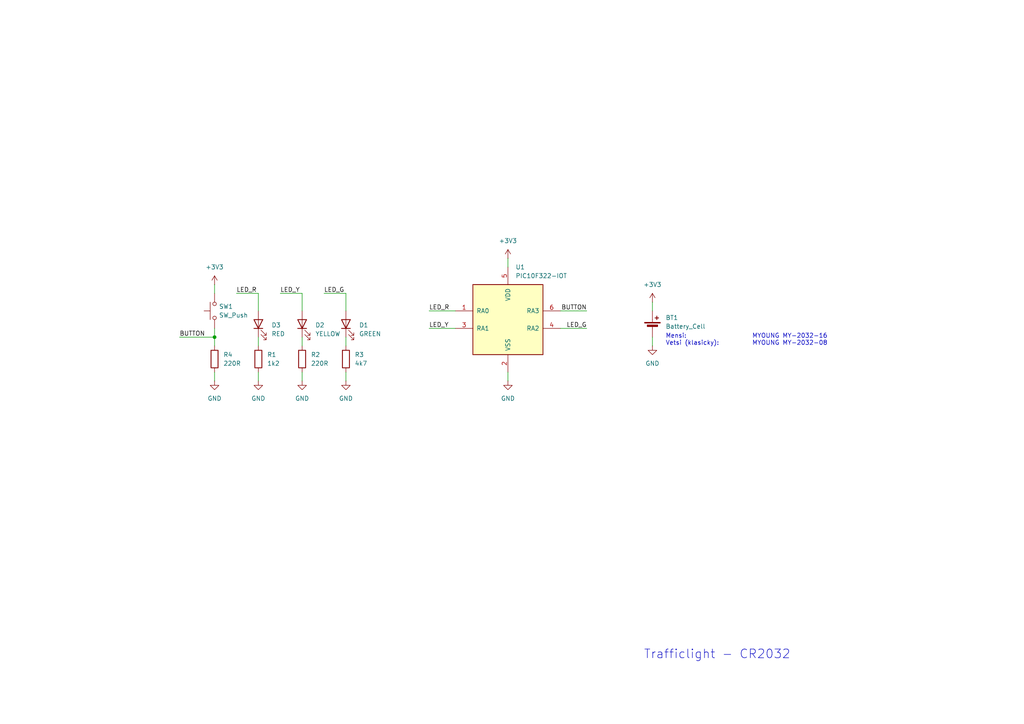
<source format=kicad_sch>
(kicad_sch (version 20231120) (generator "eeschema") (generator_version "8.0")
  (paper "A4")
  (lib_symbols
    (symbol "Device:Battery_Cell" (pin_numbers hide) (pin_names (offset 0) hide)
      (property "Reference" "BT" (at 2.54 2.54 0))
      (property "Value" "Battery_Cell" (at 2.54 0 0))
      (symbol "Battery_Cell_0_1"
        (rectangle (start -2.286 1.778) (end 2.286 1.524) (fill (type outline)))
        (rectangle (start -1.524 1.016) (end 1.524 0.508) (fill (type outline)))
        (polyline (pts (xy 0 0.762) (xy 0 0)))
        (polyline (pts (xy 0 1.778) (xy 0 2.54)))
        (polyline (pts (xy 0.762 3.048) (xy 1.778 3.048)) (stroke (width 0.254)))
        (polyline (pts (xy 1.27 3.556) (xy 1.27 2.54)) (stroke (width 0.254)))
      )
      (symbol "Battery_Cell_1_1"
        (pin passive line (at 0 5.08 270) (length 2.54) (name "+") (number "1"))
        (pin passive line (at 0 -2.54 90) (length 2.54) (name "-") (number "2"))
      )
    )
    (symbol "Device:LED" (pin_numbers hide) (pin_names (offset 1.016) hide)
      (property "Reference" "D" (at 0 2.54 0))
      (property "Value" "LED" (at 0 -2.54 0))
      (symbol "LED_0_1"
        (polyline (pts (xy -1.27 -1.27) (xy -1.27 1.27)) (stroke (width 0.254)))
        (polyline (pts (xy -1.27 0) (xy 1.27 0)))
        (polyline (pts (xy 1.27 -1.27) (xy 1.27 1.27) (xy -1.27 0) (xy 1.27 -1.27)) (stroke (width 0.254)))
        (polyline (pts (xy -3.048 -0.762) (xy -4.572 -2.286) (xy -3.81 -2.286) (xy -4.572 -2.286) (xy -4.572 -1.524)))
        (polyline (pts (xy -1.778 -0.762) (xy -3.302 -2.286) (xy -2.54 -2.286) (xy -3.302 -2.286) (xy -3.302 -1.524)))
      )
      (symbol "LED_1_1"
        (pin passive line (at -3.81 0 0) (length 2.54) (name "K") (number "1"))
        (pin passive line (at 3.81 0 180) (length 2.54) (name "A") (number "2"))
      )
    )
    (symbol "Device:R" (pin_numbers hide) (pin_names (offset 0))
      (property "Reference" "R" (at 2.032 0 90))
      (property "Value" "R" (at 0 0 90))
      (symbol "R_0_1"
        (rectangle (start -1.016 -2.54) (end 1.016 2.54) (stroke (width 0.254)))
      )
      (symbol "R_1_1"
        (pin passive line (at 0 3.81 270) (length 1.27) (name "~") (number "1"))
        (pin passive line (at 0 -3.81 90) (length 1.27) (name "~") (number "2"))
      )
    )
    (symbol "MCU_Microchip_PIC10:PIC10F322-IOT" (pin_names (offset 1.016))
      (property "Reference" "U" (at 1.27 13.97 0))
      (property "Value" "PIC10F322-IOT" (at 1.27 11.43 0))
      (symbol "PIC10F322-IOT_0_1"
        (rectangle (start -10.16 10.16) (end 10.16 -10.16) (stroke (width 0.254)) (fill (type background)))
      )
      (symbol "PIC10F322-IOT_1_1"
        (pin bidirectional line (at -15.24 2.54 0) (length 5.08) (name "RA0") (number "1"))
        (pin power_in line (at 0 -15.24 90) (length 5.08) (name "VSS") (number "2"))
        (pin bidirectional line (at -15.24 -2.54 0) (length 5.08) (name "RA1") (number "3"))
        (pin bidirectional line (at 15.24 -2.54 180) (length 5.08) (name "RA2") (number "4"))
        (pin power_in line (at 0 15.24 270) (length 5.08) (name "VDD") (number "5"))
        (pin input line (at 15.24 2.54 180) (length 5.08) (name "RA3") (number "6"))
      )
    )
    (symbol "Switch:SW_Push" (pin_numbers hide) (pin_names (offset 1.016) hide)
      (property "Reference" "SW" (at 1.27 2.54 0))
      (property "Value" "SW_Push" (at 0 -1.524 0))
      (symbol "SW_Push_0_1"
        (circle (center -2.032 0) (radius 0.508))
        (polyline (pts (xy 0 1.27) (xy 0 3.048)))
        (polyline (pts (xy 2.54 1.27) (xy -2.54 1.27)))
        (circle (center 2.032 0) (radius 0.508))
        (pin passive line (at -5.08 0 0) (length 2.54) (name "1") (number "1"))
        (pin passive line (at 5.08 0 180) (length 2.54) (name "2") (number "2"))
      )
    )
    (symbol "power:+3V3" (power) (pin_numbers hide) (pin_names (offset 0) hide)
      (property "Value" "+3V3" (at 0 3.556 0))
      (symbol "+3V3_0_1"
        (polyline (pts (xy -0.762 1.27) (xy 0 2.54)))
        (polyline (pts (xy 0 0) (xy 0 2.54)))
        (polyline (pts (xy 0 2.54) (xy 0.762 1.27)))
      )
      (symbol "+3V3_1_1"
        (pin power_in line (at 0 0 90) (length 0) (name "~") (number "1"))
      )
    )
    (symbol "power:GND" (power) (pin_numbers hide) (pin_names (offset 0) hide)
      (property "Value" "GND" (at 0 -3.81 0))
      (symbol "GND_0_1"
        (polyline (pts (xy 0 0) (xy 0 -1.27) (xy 1.27 -1.27) (xy 0 -2.54) (xy -1.27 -1.27) (xy 0 -1.27)))
      )
      (symbol "GND_1_1"
        (pin power_in line (at 0 0 270) (length 0) (name "~") (number "1"))
      )
    )
  )
  (junction (at 62.23 97.79))
  (wire (pts (xy 124.46 95.25) (xy 132.08 95.25)))
  (wire (pts (xy 100.33 110.49) (xy 100.33 107.95)))
  (wire (pts (xy 87.63 110.49) (xy 87.63 107.95)))
  (wire (pts (xy 147.32 74.93) (xy 147.32 77.47)))
  (wire (pts (xy 68.58 85.09) (xy 74.93 85.09)))
  (wire (pts (xy 52.07 97.79) (xy 62.23 97.79)))
  (wire (pts (xy 74.93 97.79) (xy 74.93 100.33)))
  (wire (pts (xy 74.93 110.49) (xy 74.93 107.95)))
  (wire (pts (xy 189.23 100.33) (xy 189.23 97.79)))
  (wire (pts (xy 87.63 97.79) (xy 87.63 100.33)))
  (wire (pts (xy 74.93 85.09) (xy 74.93 90.17)))
  (wire (pts (xy 62.23 97.79) (xy 62.23 100.33)))
  (wire (pts (xy 189.23 87.63) (xy 189.23 90.17)))
  (wire (pts (xy 100.33 85.09) (xy 100.33 90.17)))
  (wire (pts (xy 81.28 85.09) (xy 87.63 85.09)))
  (wire (pts (xy 162.56 90.17) (xy 170.18 90.17)))
  (wire (pts (xy 162.56 95.25) (xy 170.18 95.25)))
  (wire (pts (xy 62.23 95.25) (xy 62.23 97.79)))
  (wire (pts (xy 87.63 85.09) (xy 87.63 90.17)))
  (wire (pts (xy 62.23 82.55) (xy 62.23 85.09)))
  (wire (pts (xy 93.98 85.09) (xy 100.33 85.09)))
  (wire (pts (xy 62.23 110.49) (xy 62.23 107.95)))
  (wire (pts (xy 100.33 97.79) (xy 100.33 100.33)))
  (wire (pts (xy 124.46 90.17) (xy 132.08 90.17)))
  (wire (pts (xy 147.32 110.49) (xy 147.32 107.95)))
  (text "Mensi:				MYOUNG MY-2032-16\nVetsi (klasicky):	MYOUNG MY-2032-08 " (at 193.04 100.33 0) (effects (font (size 1.27 1.27)) (justify left bottom)))
  (text "Trafficlight - CR2032" (at 186.69 189.865 0) (effects (font (size 2.54 2.54)) (justify left)))
  (label "LED_Y" (at 81.28 85.09 0))
  (label "LED_R" (at 68.58 85.09 0))
  (label "LED_Y" (at 124.46 95.25 0))
  (label "LED_R" (at 124.46 90.17 0))
  (label "BUTTON" (at 170.18 90.17 180))
  (label "LED_G" (at 93.98 85.09 0))
  (label "LED_G" (at 170.18 95.25 180))
  (label "BUTTON" (at 52.07 97.79 0))
  (symbol (lib_id "Device:LED") (at 87.63 93.98 90) (unit 1)
    (property "Reference" "D2" (at 91.44 94.2974 90) (effects (justify right)))
    (property "Value" "YELLOW" (at 91.44 96.8374 90) (effects (justify right)))
    (property "Footprint" "LED_SMD:LED_1206_3216Metric_Pad1.42x1.75mm_HandSolder" (effects (hide yes)))
    (property "Description" "Light emitting diode" (effects (hide yes)))
  )
  (symbol (lib_id "power:GND") (at 147.32 110.49 0) (unit 1)
    (property "Reference" "#PWR01" (effects (hide yes)))
    (property "Value" "GND" (at 147.32 115.57 0))
    (property "Description" "Power symbol creates a global label with name \"GND\" , ground" (effects (hide yes)))
  )
  (symbol (lib_id "power:GND") (at 62.23 110.49 0) (unit 1)
    (property "Reference" "#PWR07" (effects (hide yes)))
    (property "Value" "GND" (at 62.23 115.57 0))
    (property "Description" "Power symbol creates a global label with name \"GND\" , ground" (effects (hide yes)))
  )
  (symbol (lib_id "Device:R") (at 100.33 104.14 0) (unit 1)
    (property "Reference" "R3" (at 102.87 102.8699 0) (effects (justify left)))
    (property "Value" "4k7" (at 102.87 105.4099 0) (effects (justify left)))
    (property "Footprint" "Resistor_SMD:R_0603_1608Metric_Pad0.98x0.95mm_HandSolder" (effects (hide yes)))
    (property "Description" "Resistor" (effects (hide yes)))
  )
  (symbol (lib_id "power:GND") (at 87.63 110.49 0) (unit 1)
    (property "Reference" "#PWR04" (effects (hide yes)))
    (property "Value" "GND" (at 87.63 115.57 0))
    (property "Description" "Power symbol creates a global label with name \"GND\" , ground" (effects (hide yes)))
  )
  (symbol (lib_id "power:+3V3") (at 62.23 82.55 0) (unit 1)
    (property "Reference" "#PWR06" (effects (hide yes)))
    (property "Value" "+3V3" (at 62.23 77.47 0))
    (property "Description" "Power symbol creates a global label with name \"+3V3\"" (effects (hide yes)))
  )
  (symbol (lib_id "power:GND") (at 100.33 110.49 0) (unit 1)
    (property "Reference" "#PWR05" (effects (hide yes)))
    (property "Value" "GND" (at 100.33 115.57 0))
    (property "Description" "Power symbol creates a global label with name \"GND\" , ground" (effects (hide yes)))
  )
  (symbol (lib_id "Device:R") (at 87.63 104.14 0) (unit 1)
    (property "Reference" "R2" (at 90.17 102.8699 0) (effects (justify left)))
    (property "Value" "220R" (at 90.17 105.4099 0) (effects (justify left)))
    (property "Footprint" "Resistor_SMD:R_0603_1608Metric_Pad0.98x0.95mm_HandSolder" (effects (hide yes)))
    (property "Description" "Resistor" (effects (hide yes)))
  )
  (symbol (lib_id "Device:LED") (at 100.33 93.98 90) (unit 1)
    (property "Reference" "D1" (at 104.14 94.2974 90) (effects (justify right)))
    (property "Value" "GREEN" (at 104.14 96.8374 90) (effects (justify right)))
    (property "Footprint" "LED_SMD:LED_1206_3216Metric_Pad1.42x1.75mm_HandSolder" (effects (hide yes)))
    (property "Description" "Light emitting diode" (effects (hide yes)))
  )
  (symbol (lib_id "MCU_Microchip_PIC10:PIC10F322-IOT") (at 147.32 92.71 0) (unit 1)
    (property "Reference" "U1" (at 149.5141 77.47 0) (effects (justify left)))
    (property "Value" "PIC10F322-IOT" (at 149.5141 80.01 0) (effects (justify left)))
    (property "Footprint" "Package_TO_SOT_SMD:SOT-23-6" (effects (hide yes)))
    (property "Datasheet" "http://ww1.microchip.com/downloads/en/DeviceDoc/41585A.pdf" (effects (hide yes)))
    (property "Description" "512W Flash, 64B SRAM, SOT-23-6" (effects (hide yes)))
  )
  (symbol (lib_id "Switch:SW_Push") (at 62.23 90.17 90) (unit 1)
    (property "Reference" "SW1" (at 63.5 88.8999 90) (effects (justify right)))
    (property "Value" "SW_Push" (at 63.5 91.4399 90) (effects (justify right)))
    (property "Footprint" "Button_Switch_SMD:SW_Push_SPST_NO_Alps_SKRK" (effects (hide yes)))
    (property "Description" "Push button switch, generic, two pins" (effects (hide yes)))
  )
  (symbol (lib_id "power:+3V3") (at 147.32 74.93 0) (unit 1)
    (property "Reference" "#PWR02" (effects (hide yes)))
    (property "Value" "+3V3" (at 147.32 69.85 0))
    (property "Description" "Power symbol creates a global label with name \"+3V3\"" (effects (hide yes)))
  )
  (symbol (lib_id "Device:Battery_Cell") (at 189.23 95.25 0) (unit 1)
    (property "Reference" "BT1" (at 193.04 92.1384 0) (effects (justify left)))
    (property "Value" "Battery_Cell" (at 193.04 94.6784 0) (effects (justify left)))
    (property "Footprint" "lib:CR2032_SMD_Small" (effects (hide yes)))
    (property "Description" "Single-cell battery" (effects (hide yes)))
  )
  (symbol (lib_id "Device:R") (at 74.93 104.14 0) (unit 1)
    (property "Reference" "R1" (at 77.47 102.8699 0) (effects (justify left)))
    (property "Value" "1k2" (at 77.47 105.4099 0) (effects (justify left)))
    (property "Footprint" "Resistor_SMD:R_0603_1608Metric_Pad0.98x0.95mm_HandSolder" (effects (hide yes)))
    (property "Description" "Resistor" (effects (hide yes)))
  )
  (symbol (lib_id "power:GND") (at 189.23 100.33 0) (unit 1)
    (property "Reference" "#PWR09" (effects (hide yes)))
    (property "Value" "GND" (at 189.23 105.41 0))
    (property "Description" "Power symbol creates a global label with name \"GND\" , ground" (effects (hide yes)))
  )
  (symbol (lib_id "power:GND") (at 74.93 110.49 0) (unit 1)
    (property "Reference" "#PWR03" (effects (hide yes)))
    (property "Value" "GND" (at 74.93 115.57 0))
    (property "Description" "Power symbol creates a global label with name \"GND\" , ground" (effects (hide yes)))
  )
  (symbol (lib_id "Device:R") (at 62.23 104.14 0) (unit 1)
    (property "Reference" "R4" (at 64.77 102.8699 0) (effects (justify left)))
    (property "Value" "220R" (at 64.77 105.4099 0) (effects (justify left)))
    (property "Footprint" "Resistor_SMD:R_0603_1608Metric_Pad0.98x0.95mm_HandSolder" (effects (hide yes)))
    (property "Description" "Resistor" (effects (hide yes)))
  )
  (symbol (lib_id "Device:LED") (at 74.93 93.98 90) (unit 1)
    (property "Reference" "D3" (at 78.74 94.2974 90) (effects (justify right)))
    (property "Value" "RED" (at 78.74 96.8374 90) (effects (justify right)))
    (property "Footprint" "LED_SMD:LED_1206_3216Metric_Pad1.42x1.75mm_HandSolder" (effects (hide yes)))
    (property "Description" "Light emitting diode" (effects (hide yes)))
  )
  (symbol (lib_id "power:+3V3") (at 189.23 87.63 0) (unit 1)
    (property "Reference" "#PWR08" (effects (hide yes)))
    (property "Value" "+3V3" (at 189.23 82.55 0))
    (property "Description" "Power symbol creates a global label with name \"+3V3\"" (effects (hide yes)))
  )
)
</source>
